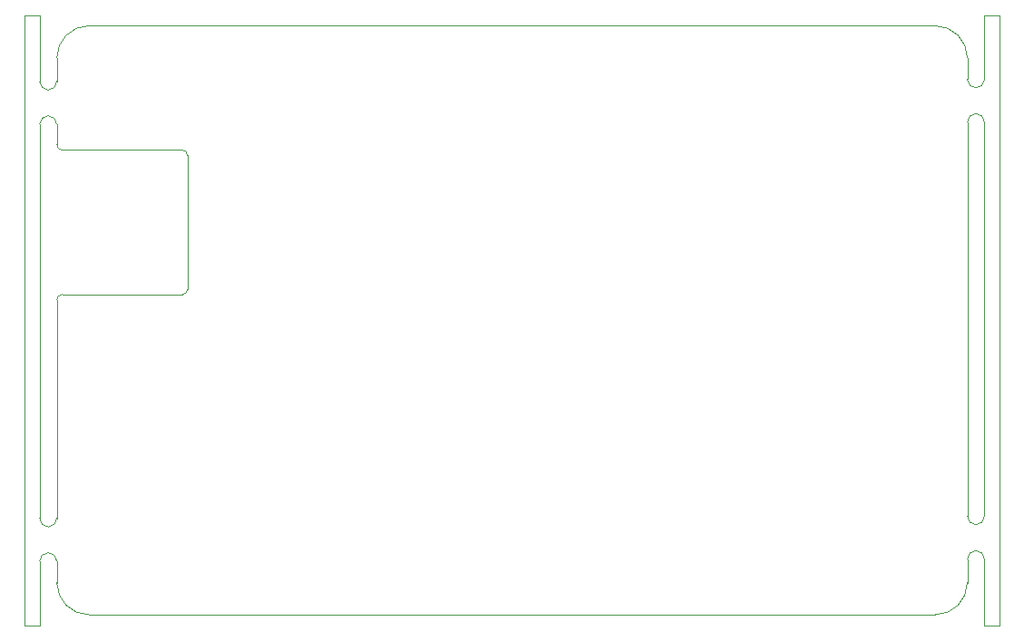
<source format=gbr>
%TF.GenerationSoftware,KiCad,Pcbnew,8.0.3*%
%TF.CreationDate,2024-07-18T08:38:12+12:00*%
%TF.ProjectId,USB Cable Tester,55534220-4361-4626-9c65-205465737465,rev?*%
%TF.SameCoordinates,Original*%
%TF.FileFunction,Profile,NP*%
%FSLAX46Y46*%
G04 Gerber Fmt 4.6, Leading zero omitted, Abs format (unit mm)*
G04 Created by KiCad (PCBNEW 8.0.3) date 2024-07-18 08:38:12*
%MOMM*%
%LPD*%
G01*
G04 APERTURE LIST*
%TA.AperFunction,Profile*%
%ADD10C,0.050000*%
%TD*%
G04 APERTURE END LIST*
D10*
X11700000Y-11600000D02*
G75*
G02*
X12200000Y-12100000I0J-500000D01*
G01*
X11700000Y-25100000D02*
X500000Y-25100000D01*
X86600000Y1000000D02*
X86600000Y-5000000D01*
X500000Y-11600000D02*
X11700000Y-11600000D01*
X500000Y-11600000D02*
G75*
G02*
X0Y-11100000I0J500000D01*
G01*
X-1600000Y-56000000D02*
X-3000000Y-56000000D01*
X0Y-11100000D02*
X0Y-9700000D01*
X-1600000Y1000000D02*
X-1600000Y-5200000D01*
X85000000Y-9500000D02*
X85000000Y-45300000D01*
X0Y-25600000D02*
G75*
G02*
X500000Y-25100000I500000J0D01*
G01*
X85000000Y-3000000D02*
X85000000Y-4500000D01*
X3000000Y0D02*
X82000000Y0D01*
X0Y-52000000D02*
X0Y-50500000D01*
X88000000Y1000000D02*
X88000000Y-56000000D01*
X86600000Y-9000000D02*
X86600000Y-45800000D01*
X86600000Y-56000000D02*
X88000000Y-56000000D01*
X3000000Y-55000000D02*
G75*
G02*
X0Y-52000000I0J3000000D01*
G01*
X-1600000Y-56000000D02*
X-1600000Y-50000000D01*
X-1600000Y1000000D02*
X-3000000Y1000000D01*
X0Y-3000000D02*
G75*
G02*
X3000000Y0I2999998J2D01*
G01*
X0Y-4700000D02*
X0Y-3000000D01*
X3000000Y-55000000D02*
X82000000Y-55000000D01*
X86600000Y1000000D02*
X88000000Y1000000D01*
X12200000Y-12100000D02*
X12200000Y-24600000D01*
X86600000Y-56000000D02*
X86600000Y-49800000D01*
X-3000000Y-56000000D02*
X-3000000Y1000000D01*
X12200000Y-24600000D02*
G75*
G02*
X11700000Y-25100000I-500000J0D01*
G01*
X82000000Y0D02*
G75*
G02*
X85000000Y-3000000I0J-3000000D01*
G01*
X0Y-45500000D02*
X0Y-25600000D01*
X85000000Y-52000000D02*
G75*
G02*
X82000000Y-55000000I-3000000J0D01*
G01*
X85000000Y-50300000D02*
X85000000Y-52000000D01*
X-1600000Y-46000000D02*
X-1600000Y-9200000D01*
%TO.C,REF\u002A\u002A*%
X0Y-5200000D02*
X0Y-4700000D01*
X0Y-9200000D02*
X0Y-9700000D01*
X-800000Y-8400000D02*
G75*
G02*
X0Y-9200000I-1J-800001D01*
G01*
X0Y-5200000D02*
G75*
G02*
X-800000Y-6000000I-800000J0D01*
G01*
%TO.C,*%
X-1600000Y-50000000D02*
G75*
G02*
X-800000Y-49200000I800001J-1D01*
G01*
X-1600000Y-9200000D02*
G75*
G02*
X-800000Y-8400000I800001J-1D01*
G01*
X85800000Y-49000000D02*
G75*
G02*
X86600000Y-49800000I-1J-800001D01*
G01*
X-800000Y-46800000D02*
G75*
G02*
X-1600000Y-46000000I1J800001D01*
G01*
X-800000Y-6000000D02*
G75*
G02*
X-1600000Y-5200000I1J800001D01*
G01*
%TO.C,REF\u002A\u002A*%
X0Y-46000000D02*
X0Y-45500000D01*
X0Y-50000000D02*
X0Y-50500000D01*
X-800000Y-49200000D02*
G75*
G02*
X0Y-50000000I-1J-800001D01*
G01*
X0Y-46000000D02*
G75*
G02*
X-800000Y-46800000I-800000J0D01*
G01*
X85000000Y-5000000D02*
X85000000Y-4500000D01*
X85000000Y-9000000D02*
X85000000Y-9500000D01*
X85000000Y-9000000D02*
G75*
G02*
X85800000Y-8200000I800000J0D01*
G01*
X85800000Y-5800000D02*
G75*
G02*
X85000000Y-5000000I1J800001D01*
G01*
%TO.C,*%
X85800000Y-8200000D02*
G75*
G02*
X86600000Y-9000000I-1J-800001D01*
G01*
X86600000Y-45800000D02*
G75*
G02*
X85800000Y-46600000I-800001J1D01*
G01*
X86600000Y-5000000D02*
G75*
G02*
X85800000Y-5800000I-800001J1D01*
G01*
%TO.C,REF\u002A\u002A*%
X85000000Y-45800000D02*
X85000000Y-45300000D01*
X85000000Y-49800000D02*
X85000000Y-50300000D01*
X85000000Y-49800000D02*
G75*
G02*
X85800000Y-49000000I800000J0D01*
G01*
X85800000Y-46600000D02*
G75*
G02*
X85000000Y-45800000I1J800001D01*
G01*
%TD*%
M02*

</source>
